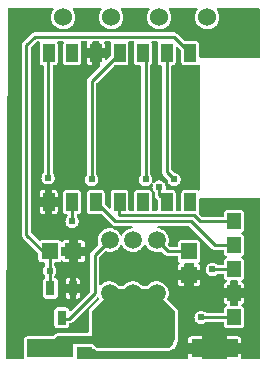
<source format=gtl>
G04 Layer: TopLayer*
G04 EasyEDA v6.5.23, 2023-04-30 22:23:46*
G04 780a14c897c5458fb3efe7b42501c717,664421963ecb4a5db0a4e46f32b0c09c,10*
G04 Gerber Generator version 0.2*
G04 Scale: 100 percent, Rotated: No, Reflected: No *
G04 Dimensions in millimeters *
G04 leading zeros omitted , absolute positions ,4 integer and 5 decimal *
%FSLAX45Y45*%
%MOMM*%

%AMMACRO1*21,1,$1,$2,0,0,$3*%
%ADD10C,0.6350*%
%ADD11C,0.2540*%
%ADD12R,4.0000X1.5000*%
%ADD13MACRO1,1.377X1.1325X90.0000*%
%ADD14R,0.7000X1.2500*%
%ADD15MACRO1,1.35X1.41X90.0000*%
%ADD16R,1.0008X1.5011*%
%ADD17MACRO1,1.35X1.41X0.0000*%
%ADD18R,1.3500X1.4100*%
%ADD19C,1.5000*%
%ADD20C,1.5240*%
%ADD21O,6.999986000000001X1.3999972*%
%ADD22C,0.6096*%
%ADD23C,0.0177*%

%LPD*%
G36*
X1483106Y1295958D02*
G01*
X1479245Y1296720D01*
X1475892Y1298905D01*
X1473708Y1302207D01*
X1472946Y1306118D01*
X1472946Y1443532D01*
X1472234Y1449882D01*
X1470304Y1455318D01*
X1467256Y1460246D01*
X1463141Y1464310D01*
X1458264Y1467408D01*
X1452829Y1469288D01*
X1446479Y1469999D01*
X1397152Y1469999D01*
X1393545Y1470710D01*
X1390396Y1472641D01*
X1388110Y1475587D01*
X1387094Y1479143D01*
X1387398Y1482801D01*
X1388973Y1488795D01*
X1389888Y1498600D01*
X1388973Y1508404D01*
X1386484Y1517853D01*
X1382318Y1526794D01*
X1376629Y1534820D01*
X1369720Y1541780D01*
X1361643Y1547418D01*
X1352804Y1551533D01*
X1343304Y1554073D01*
X1333550Y1554937D01*
X1323695Y1554073D01*
X1314196Y1551533D01*
X1305306Y1547418D01*
X1297279Y1541780D01*
X1290320Y1534820D01*
X1287373Y1532128D01*
X1283563Y1530756D01*
X1279601Y1530959D01*
X1276045Y1532686D01*
X1273352Y1535684D01*
X1272082Y1539443D01*
X1272336Y1543456D01*
X1274673Y1552295D01*
X1275588Y1562100D01*
X1274673Y1571904D01*
X1272184Y1581353D01*
X1268018Y1590294D01*
X1262329Y1598320D01*
X1260754Y1599895D01*
X1258570Y1603197D01*
X1257808Y1607108D01*
X1257808Y2525064D01*
X1258366Y2528417D01*
X1259941Y2531364D01*
X1266545Y2537714D01*
X1269695Y2542641D01*
X1271524Y2548077D01*
X1272336Y2554427D01*
X1272336Y2703372D01*
X1271625Y2709672D01*
X1269136Y2716428D01*
X1268577Y2720238D01*
X1269492Y2723997D01*
X1271727Y2727147D01*
X1274927Y2729280D01*
X1278686Y2729992D01*
X1314602Y2729992D01*
X1318361Y2729280D01*
X1321612Y2727147D01*
X1323898Y2723997D01*
X1324711Y2720238D01*
X1324152Y2716428D01*
X1321765Y2709672D01*
X1321054Y2703372D01*
X1321054Y2554427D01*
X1321765Y2548077D01*
X1323695Y2542641D01*
X1326743Y2537714D01*
X1330807Y2533650D01*
X1335735Y2530551D01*
X1341120Y2528671D01*
X1349197Y2527909D01*
X1352804Y2526842D01*
X1355750Y2524607D01*
X1357680Y2521458D01*
X1358392Y2517749D01*
X1358392Y1626107D01*
X1359154Y1618081D01*
X1361338Y1610868D01*
X1364945Y1604162D01*
X1370076Y1597964D01*
X1401368Y1566621D01*
X1403400Y1563725D01*
X1404315Y1560322D01*
X1404975Y1552295D01*
X1407515Y1542846D01*
X1411681Y1533906D01*
X1417320Y1525879D01*
X1424279Y1518920D01*
X1432306Y1513281D01*
X1441196Y1509166D01*
X1450695Y1506626D01*
X1460550Y1505762D01*
X1470304Y1506626D01*
X1479804Y1509166D01*
X1488643Y1513281D01*
X1496720Y1518920D01*
X1503629Y1525879D01*
X1509318Y1533906D01*
X1513484Y1542846D01*
X1515973Y1552295D01*
X1516888Y1562100D01*
X1515973Y1571904D01*
X1513484Y1581353D01*
X1509318Y1590294D01*
X1503629Y1598320D01*
X1496720Y1605280D01*
X1488643Y1610918D01*
X1479804Y1615033D01*
X1470304Y1617573D01*
X1462227Y1618284D01*
X1458823Y1619199D01*
X1455928Y1621231D01*
X1438554Y1638604D01*
X1436370Y1641906D01*
X1435608Y1645818D01*
X1435608Y2517749D01*
X1436268Y2521458D01*
X1438198Y2524607D01*
X1441196Y2526842D01*
X1444802Y2527909D01*
X1452829Y2528671D01*
X1458264Y2530551D01*
X1463141Y2533650D01*
X1467256Y2537714D01*
X1470304Y2542641D01*
X1472234Y2548077D01*
X1472946Y2554427D01*
X1472946Y2674467D01*
X1473708Y2678379D01*
X1475892Y2681681D01*
X1479245Y2683865D01*
X1483106Y2684627D01*
X1486966Y2683865D01*
X1490268Y2681681D01*
X1518716Y2653233D01*
X1520901Y2649931D01*
X1521764Y2646019D01*
X1521764Y2554427D01*
X1522476Y2548077D01*
X1524304Y2542641D01*
X1527454Y2537714D01*
X1531518Y2533650D01*
X1536395Y2530551D01*
X1541830Y2528671D01*
X1548180Y2527909D01*
X1647088Y2527909D01*
X1653438Y2528671D01*
X1658874Y2530551D01*
X1660804Y2531770D01*
X1664868Y2533243D01*
X1669186Y2532888D01*
X1672945Y2530805D01*
X1675536Y2527350D01*
X1676450Y2523185D01*
X1676450Y1474774D01*
X1675536Y1470609D01*
X1672945Y1467154D01*
X1669186Y1465072D01*
X1664868Y1464716D01*
X1660804Y1466189D01*
X1658874Y1467408D01*
X1653438Y1469288D01*
X1647088Y1469999D01*
X1548180Y1469999D01*
X1541830Y1469288D01*
X1536395Y1467408D01*
X1531518Y1464310D01*
X1527454Y1460246D01*
X1524304Y1455318D01*
X1522476Y1449882D01*
X1521764Y1443532D01*
X1521764Y1306118D01*
X1520901Y1302207D01*
X1518716Y1298905D01*
X1515414Y1296720D01*
X1511554Y1295958D01*
G37*

%LPD*%
G36*
X648055Y38608D02*
G01*
X643991Y39471D01*
X640537Y42011D01*
X638403Y45669D01*
X637997Y49885D01*
X638708Y56184D01*
X638708Y135432D01*
X639470Y139344D01*
X641654Y142595D01*
X645007Y144830D01*
X648919Y145592D01*
X753770Y145592D01*
X758139Y144627D01*
X761695Y141833D01*
X764946Y137769D01*
X774547Y128828D01*
X785215Y121259D01*
X796899Y115265D01*
X809193Y110896D01*
X821994Y108204D01*
X835456Y107289D01*
X1394764Y107289D01*
X1408074Y108204D01*
X1420977Y110896D01*
X1433220Y115265D01*
X1444904Y121259D01*
X1455572Y128828D01*
X1465122Y137769D01*
X1473352Y147929D01*
X1480159Y159105D01*
X1485392Y171094D01*
X1488897Y183692D01*
X1489913Y190754D01*
X1491996Y197459D01*
X1492758Y203758D01*
X1492758Y444195D01*
X1492046Y450240D01*
X1490167Y455726D01*
X1487068Y460654D01*
X1484934Y463042D01*
X1405890Y542036D01*
X1403604Y545541D01*
X1402943Y549706D01*
X1404061Y553770D01*
X1406347Y558393D01*
X1410766Y571093D01*
X1413408Y584301D01*
X1414322Y597763D01*
X1413408Y611225D01*
X1410766Y624433D01*
X1406347Y637133D01*
X1400251Y649173D01*
X1392631Y660298D01*
X1383588Y670306D01*
X1373327Y678992D01*
X1361897Y686257D01*
X1349756Y691896D01*
X1336852Y695909D01*
X1323543Y698144D01*
X1310081Y698601D01*
X1296670Y697230D01*
X1283563Y694131D01*
X1270965Y689254D01*
X1259179Y682802D01*
X1248308Y674827D01*
X1238656Y665429D01*
X1233779Y659282D01*
X1231595Y657199D01*
X1228801Y655878D01*
X1225804Y655421D01*
X1201318Y655421D01*
X1198067Y655929D01*
X1195171Y657453D01*
X1183589Y670306D01*
X1173276Y678992D01*
X1161897Y686257D01*
X1149705Y691896D01*
X1136853Y695909D01*
X1123543Y698144D01*
X1110081Y698601D01*
X1096670Y697230D01*
X1083614Y694131D01*
X1070965Y689254D01*
X1059180Y682802D01*
X1048308Y674827D01*
X1038656Y665429D01*
X1033830Y659282D01*
X1031544Y657199D01*
X1028852Y655878D01*
X1025804Y655421D01*
X1001318Y655421D01*
X998118Y655929D01*
X995222Y657453D01*
X983589Y670306D01*
X973277Y678992D01*
X961948Y686257D01*
X949756Y691896D01*
X936802Y695909D01*
X923544Y698144D01*
X910082Y698601D01*
X896670Y697230D01*
X883564Y694131D01*
X870966Y689254D01*
X859129Y682802D01*
X848309Y674827D01*
X843280Y669899D01*
X839927Y667766D01*
X836015Y667004D01*
X832154Y667816D01*
X828903Y670052D01*
X826769Y673303D01*
X826008Y677164D01*
X826008Y901496D01*
X826769Y905357D01*
X828954Y908659D01*
X870305Y950010D01*
X873556Y952195D01*
X877316Y953008D01*
X881126Y952296D01*
X883564Y951382D01*
X896670Y948283D01*
X910082Y946912D01*
X923544Y947369D01*
X936802Y949604D01*
X949756Y953617D01*
X961948Y959256D01*
X973277Y966520D01*
X983589Y975207D01*
X992632Y985215D01*
X1000252Y996340D01*
X1004316Y1004417D01*
X1006652Y1007414D01*
X1009954Y1009396D01*
X1013764Y1010005D01*
X1017473Y1009142D01*
X1020622Y1006957D01*
X1030325Y990650D01*
X1038656Y980084D01*
X1048308Y970686D01*
X1059180Y962710D01*
X1070965Y956259D01*
X1083614Y951382D01*
X1096670Y948283D01*
X1110081Y946912D01*
X1123543Y947369D01*
X1136853Y949604D01*
X1149705Y953617D01*
X1161897Y959256D01*
X1173276Y966520D01*
X1183589Y975207D01*
X1192631Y985215D01*
X1200302Y996340D01*
X1204315Y1004417D01*
X1206652Y1007414D01*
X1209954Y1009396D01*
X1213713Y1010005D01*
X1217472Y1009142D01*
X1220622Y1006957D01*
X1230274Y990650D01*
X1238656Y980084D01*
X1248308Y970686D01*
X1259179Y962710D01*
X1270965Y956259D01*
X1283563Y951382D01*
X1296670Y948283D01*
X1310081Y946912D01*
X1323543Y947369D01*
X1336852Y949604D01*
X1346352Y952550D01*
X1350010Y953008D01*
X1353515Y952144D01*
X1356563Y950061D01*
X1382623Y923950D01*
X1388872Y918819D01*
X1395577Y915263D01*
X1402740Y913079D01*
X1410766Y912266D01*
X1483918Y912266D01*
X1487779Y911504D01*
X1491081Y909319D01*
X1493316Y906018D01*
X1494129Y902106D01*
X1494129Y880973D01*
X1494790Y874674D01*
X1496720Y869187D01*
X1499768Y864311D01*
X1503883Y860196D01*
X1507947Y856691D01*
X1509522Y852932D01*
X1509522Y848868D01*
X1507947Y845108D01*
X1503883Y841603D01*
X1499768Y837488D01*
X1496720Y832612D01*
X1494790Y827125D01*
X1494129Y820826D01*
X1494129Y792480D01*
X1547418Y792480D01*
X1547418Y844346D01*
X1548180Y848207D01*
X1550365Y851509D01*
X1553667Y853744D01*
X1557528Y854506D01*
X1617472Y854506D01*
X1621332Y853744D01*
X1624634Y851509D01*
X1626819Y848207D01*
X1627581Y844346D01*
X1627581Y792480D01*
X1680870Y792480D01*
X1680870Y820826D01*
X1680210Y827125D01*
X1678279Y832612D01*
X1675180Y837488D01*
X1671116Y841603D01*
X1667052Y845108D01*
X1665427Y848868D01*
X1665427Y852932D01*
X1667052Y856691D01*
X1671116Y860196D01*
X1675180Y864311D01*
X1678279Y869187D01*
X1680210Y874674D01*
X1680870Y880973D01*
X1680870Y1020826D01*
X1680210Y1027176D01*
X1678279Y1032611D01*
X1675180Y1037539D01*
X1671116Y1041603D01*
X1666239Y1044702D01*
X1660702Y1046581D01*
X1654454Y1047292D01*
X1520545Y1047292D01*
X1514297Y1046581D01*
X1508760Y1044702D01*
X1503883Y1041603D01*
X1499768Y1037539D01*
X1496720Y1032611D01*
X1494790Y1027176D01*
X1494129Y1020826D01*
X1494129Y999642D01*
X1493316Y995781D01*
X1491081Y992479D01*
X1487779Y990295D01*
X1483918Y989482D01*
X1430477Y989482D01*
X1426616Y990295D01*
X1423365Y992479D01*
X1411122Y1004671D01*
X1408988Y1007770D01*
X1408176Y1011478D01*
X1408734Y1015187D01*
X1410766Y1021080D01*
X1413408Y1034287D01*
X1414322Y1047750D01*
X1413408Y1061212D01*
X1410766Y1074420D01*
X1406347Y1087120D01*
X1400251Y1099159D01*
X1392631Y1110284D01*
X1383588Y1120292D01*
X1373327Y1128979D01*
X1361897Y1136243D01*
X1349756Y1141882D01*
X1336852Y1145895D01*
X1325727Y1147775D01*
X1321765Y1149350D01*
X1318717Y1152448D01*
X1317345Y1156462D01*
X1317650Y1160729D01*
X1319733Y1164488D01*
X1323238Y1167028D01*
X1327404Y1167942D01*
X1579930Y1167942D01*
X1583791Y1167180D01*
X1587093Y1164945D01*
X1775764Y976376D01*
X1781911Y971245D01*
X1788617Y967689D01*
X1795830Y965504D01*
X1803907Y964692D01*
X1875789Y964692D01*
X1879650Y963930D01*
X1882952Y961694D01*
X1885188Y958443D01*
X1886000Y954532D01*
X1886000Y935024D01*
X1886661Y928674D01*
X1888591Y923239D01*
X1891639Y918311D01*
X1895754Y914247D01*
X1901647Y910539D01*
X1904136Y908303D01*
X1905762Y905306D01*
X1906422Y901446D01*
X1905762Y898093D01*
X1904136Y895096D01*
X1901647Y892860D01*
X1895754Y889152D01*
X1891639Y885088D01*
X1888591Y880160D01*
X1886661Y874725D01*
X1886000Y868375D01*
X1886000Y848868D01*
X1885188Y844956D01*
X1882952Y841705D01*
X1879650Y839469D01*
X1875789Y838708D01*
X1829307Y838708D01*
X1825447Y839469D01*
X1822145Y841705D01*
X1820570Y843280D01*
X1812493Y848918D01*
X1803654Y853033D01*
X1794154Y855573D01*
X1784400Y856437D01*
X1774545Y855573D01*
X1765046Y853033D01*
X1756156Y848918D01*
X1748129Y843280D01*
X1741170Y836320D01*
X1735531Y828294D01*
X1731365Y819353D01*
X1728825Y809904D01*
X1727962Y800100D01*
X1728825Y790295D01*
X1731365Y780846D01*
X1735531Y771906D01*
X1741170Y763879D01*
X1748129Y756920D01*
X1756156Y751281D01*
X1765046Y747166D01*
X1774545Y744626D01*
X1784400Y743762D01*
X1794154Y744626D01*
X1803654Y747166D01*
X1812493Y751281D01*
X1820570Y756920D01*
X1822145Y758494D01*
X1825447Y760730D01*
X1829307Y761492D01*
X1875789Y761492D01*
X1879650Y760730D01*
X1882952Y758494D01*
X1885188Y755243D01*
X1886000Y751332D01*
X1886000Y731824D01*
X1886661Y725474D01*
X1888591Y720039D01*
X1891639Y715111D01*
X1895754Y711047D01*
X1901647Y707339D01*
X1904136Y705104D01*
X1905762Y702106D01*
X1906422Y698246D01*
X1905762Y694893D01*
X1904136Y691896D01*
X1901647Y689660D01*
X1895754Y685952D01*
X1891639Y681888D01*
X1888591Y676960D01*
X1886661Y671525D01*
X1886000Y665175D01*
X1886000Y637692D01*
X1933854Y637692D01*
X1933854Y695198D01*
X1934565Y699058D01*
X1936800Y702360D01*
X1940102Y704545D01*
X1943963Y705358D01*
X1993036Y705358D01*
X1996897Y704545D01*
X2000199Y702360D01*
X2002434Y699058D01*
X2003145Y695198D01*
X2003145Y637692D01*
X2050999Y637692D01*
X2050999Y665175D01*
X2050288Y671525D01*
X2048357Y676960D01*
X2045309Y681888D01*
X2041245Y685952D01*
X2035352Y689660D01*
X2032812Y691896D01*
X2031136Y694893D01*
X2030577Y698754D01*
X2031136Y702106D01*
X2032812Y705104D01*
X2035352Y707339D01*
X2041245Y711047D01*
X2045309Y715111D01*
X2048357Y720039D01*
X2050288Y725474D01*
X2050999Y731824D01*
X2050999Y868375D01*
X2050288Y874725D01*
X2048357Y880160D01*
X2045309Y885088D01*
X2041245Y889152D01*
X2035352Y892860D01*
X2032812Y895096D01*
X2031136Y898093D01*
X2030577Y901953D01*
X2031136Y905306D01*
X2032812Y908303D01*
X2035352Y910539D01*
X2041245Y914247D01*
X2045309Y918311D01*
X2048357Y923239D01*
X2050288Y928674D01*
X2050999Y935024D01*
X2050999Y1071575D01*
X2050288Y1077925D01*
X2048357Y1083360D01*
X2045309Y1088288D01*
X2041245Y1092352D01*
X2035352Y1096060D01*
X2032812Y1098296D01*
X2031136Y1101293D01*
X2030577Y1105154D01*
X2031136Y1108506D01*
X2032812Y1111504D01*
X2035352Y1113739D01*
X2041245Y1117447D01*
X2045309Y1121511D01*
X2048357Y1126439D01*
X2050288Y1131874D01*
X2050999Y1138224D01*
X2050999Y1274775D01*
X2050288Y1281125D01*
X2048357Y1286560D01*
X2045309Y1291488D01*
X2041245Y1295552D01*
X2036368Y1298651D01*
X2030831Y1300530D01*
X2024583Y1301242D01*
X1912416Y1301242D01*
X1906066Y1300530D01*
X1900631Y1298651D01*
X1895754Y1295552D01*
X1891639Y1291488D01*
X1888591Y1286560D01*
X1886661Y1281125D01*
X1886000Y1274775D01*
X1886000Y1255268D01*
X1885188Y1251356D01*
X1882952Y1248105D01*
X1879650Y1245870D01*
X1875789Y1245108D01*
X1696618Y1245108D01*
X1692656Y1245870D01*
X1689354Y1248105D01*
X1670456Y1267053D01*
X1668424Y1269847D01*
X1667510Y1273098D01*
X1667713Y1276502D01*
X1668983Y1279652D01*
X1671015Y1282801D01*
X1672843Y1288237D01*
X1673606Y1294587D01*
X1673606Y1393190D01*
X1674418Y1397101D01*
X1676552Y1400352D01*
X1679854Y1402588D01*
X1683816Y1403350D01*
X2177440Y1403350D01*
X2181402Y1402588D01*
X2184654Y1400352D01*
X2186838Y1397101D01*
X2187600Y1393190D01*
X2187600Y48768D01*
X2186838Y44856D01*
X2184654Y41605D01*
X2181402Y39370D01*
X2177440Y38608D01*
X2038756Y38608D01*
X2034641Y39471D01*
X2031136Y42011D01*
X2029104Y45669D01*
X2028647Y49885D01*
X2029358Y56184D01*
X2029358Y86766D01*
X1909825Y86766D01*
X1909825Y48768D01*
X1909013Y44856D01*
X1906778Y41605D01*
X1903577Y39370D01*
X1899615Y38608D01*
X1707286Y38608D01*
X1703324Y39370D01*
X1700123Y41605D01*
X1697888Y44856D01*
X1697075Y48768D01*
X1697075Y86766D01*
X1577543Y86766D01*
X1577543Y56184D01*
X1578254Y49885D01*
X1577797Y45669D01*
X1575765Y42011D01*
X1572260Y39471D01*
X1568145Y38608D01*
G37*

%LPC*%
G36*
X1909825Y174447D02*
G01*
X2029358Y174447D01*
X2029358Y205028D01*
X2028647Y211378D01*
X2026716Y216814D01*
X2023668Y221742D01*
X2019554Y225806D01*
X2014677Y228904D01*
X2009241Y230784D01*
X2002891Y231495D01*
X1909825Y231495D01*
G37*
G36*
X1577543Y174447D02*
G01*
X1697075Y174447D01*
X1697075Y231495D01*
X1604010Y231495D01*
X1597660Y230784D01*
X1592224Y228904D01*
X1587296Y225806D01*
X1583232Y221742D01*
X1580184Y216814D01*
X1578254Y211378D01*
X1577543Y205028D01*
G37*
G36*
X1912416Y298958D02*
G01*
X2024583Y298958D01*
X2030831Y299669D01*
X2036368Y301548D01*
X2041245Y304647D01*
X2045309Y308711D01*
X2048357Y313639D01*
X2050288Y319074D01*
X2050999Y325424D01*
X2050999Y461975D01*
X2050288Y468325D01*
X2048357Y473760D01*
X2045309Y478688D01*
X2041245Y482752D01*
X2035352Y486460D01*
X2032812Y488696D01*
X2031136Y491693D01*
X2030577Y495554D01*
X2031136Y498906D01*
X2032812Y501904D01*
X2035352Y504139D01*
X2041245Y507847D01*
X2045309Y511911D01*
X2048357Y516839D01*
X2050288Y522274D01*
X2050999Y528624D01*
X2050999Y556107D01*
X2003145Y556107D01*
X2003145Y498601D01*
X2002434Y494741D01*
X2000199Y491439D01*
X1996897Y489254D01*
X1993036Y488442D01*
X1943963Y488442D01*
X1940102Y489254D01*
X1936800Y491439D01*
X1934565Y494741D01*
X1933854Y498601D01*
X1933854Y556107D01*
X1886000Y556107D01*
X1886000Y528624D01*
X1886661Y522274D01*
X1888591Y516839D01*
X1891639Y511911D01*
X1895754Y507847D01*
X1901647Y504139D01*
X1904136Y501904D01*
X1905762Y498906D01*
X1906422Y495046D01*
X1905762Y491693D01*
X1904136Y488696D01*
X1901647Y486460D01*
X1895754Y482752D01*
X1891639Y478688D01*
X1888591Y473760D01*
X1886661Y468325D01*
X1886000Y461975D01*
X1886000Y442468D01*
X1885188Y438556D01*
X1882952Y435305D01*
X1879650Y433070D01*
X1875789Y432308D01*
X1734057Y432308D01*
X1730197Y433070D01*
X1726895Y435305D01*
X1725320Y436880D01*
X1717243Y442518D01*
X1708404Y446633D01*
X1698904Y449173D01*
X1689150Y450037D01*
X1679295Y449173D01*
X1669796Y446633D01*
X1660906Y442518D01*
X1652879Y436880D01*
X1645920Y429920D01*
X1640281Y421893D01*
X1636115Y412953D01*
X1633575Y403504D01*
X1632712Y393700D01*
X1633575Y383895D01*
X1636115Y374446D01*
X1640281Y365506D01*
X1645920Y357479D01*
X1652879Y350520D01*
X1660906Y344881D01*
X1669796Y340766D01*
X1679295Y338226D01*
X1689150Y337362D01*
X1698904Y338226D01*
X1708404Y340766D01*
X1717243Y344881D01*
X1725320Y350520D01*
X1726895Y352094D01*
X1730197Y354330D01*
X1734057Y355092D01*
X1875789Y355092D01*
X1879650Y354330D01*
X1882952Y352094D01*
X1885188Y348843D01*
X1886000Y344932D01*
X1886000Y325424D01*
X1886661Y319074D01*
X1888591Y313639D01*
X1891639Y308711D01*
X1895754Y304647D01*
X1900631Y301548D01*
X1906066Y299669D01*
G37*
G36*
X1627581Y654507D02*
G01*
X1654454Y654507D01*
X1661363Y655421D01*
X1666239Y657098D01*
X1671116Y660196D01*
X1675180Y664260D01*
X1678279Y669188D01*
X1680210Y674624D01*
X1680870Y680974D01*
X1680870Y709320D01*
X1627581Y709320D01*
G37*
G36*
X1520545Y654507D02*
G01*
X1547418Y654507D01*
X1547418Y709320D01*
X1494129Y709320D01*
X1494129Y680974D01*
X1494790Y674624D01*
X1496720Y669188D01*
X1499768Y664260D01*
X1503883Y660196D01*
X1508760Y657098D01*
X1514297Y655218D01*
G37*

%LPD*%
G36*
X50139Y38608D02*
G01*
X46278Y39370D01*
X42976Y41605D01*
X40792Y44907D01*
X39979Y48818D01*
X51155Y2999282D01*
X51968Y3003143D01*
X54152Y3006445D01*
X57404Y3008630D01*
X61315Y3009392D01*
X429717Y3009392D01*
X434085Y3008376D01*
X437642Y3005582D01*
X439572Y3001518D01*
X439623Y2996996D01*
X437692Y2992932D01*
X436524Y2991459D01*
X429615Y2979724D01*
X424230Y2967177D01*
X420624Y2954020D01*
X418846Y2940507D01*
X418846Y2926892D01*
X420624Y2913380D01*
X424230Y2900222D01*
X429615Y2887675D01*
X436524Y2875940D01*
X444957Y2865221D01*
X454761Y2855722D01*
X465734Y2847644D01*
X477723Y2841091D01*
X490423Y2836214D01*
X503682Y2833014D01*
X517245Y2831693D01*
X530910Y2832150D01*
X544372Y2834386D01*
X557377Y2838450D01*
X569772Y2844190D01*
X581253Y2851505D01*
X591718Y2860294D01*
X600811Y2870454D01*
X608533Y2881680D01*
X614730Y2893822D01*
X619150Y2906725D01*
X621842Y2920085D01*
X622757Y2933700D01*
X621842Y2947314D01*
X619150Y2960674D01*
X614730Y2973578D01*
X608533Y2985719D01*
X603199Y2993491D01*
X601522Y2997555D01*
X601776Y3001924D01*
X603808Y3005785D01*
X607314Y3008477D01*
X611530Y3009392D01*
X836117Y3009392D01*
X840486Y3008426D01*
X844042Y3005582D01*
X846023Y3001518D01*
X846023Y2997047D01*
X844092Y2992932D01*
X842924Y2991459D01*
X836015Y2979724D01*
X830630Y2967177D01*
X827024Y2954020D01*
X825246Y2940507D01*
X825246Y2926892D01*
X827024Y2913380D01*
X830630Y2900222D01*
X836015Y2887675D01*
X842924Y2875940D01*
X851357Y2865221D01*
X861161Y2855722D01*
X872134Y2847644D01*
X884123Y2841091D01*
X896823Y2836214D01*
X910082Y2833014D01*
X923645Y2831693D01*
X937310Y2832150D01*
X950772Y2834386D01*
X963777Y2838450D01*
X976172Y2844190D01*
X987653Y2851505D01*
X998118Y2860294D01*
X1007211Y2870454D01*
X1014933Y2881680D01*
X1021130Y2893822D01*
X1025550Y2906725D01*
X1028242Y2920085D01*
X1029157Y2933700D01*
X1028242Y2947314D01*
X1025550Y2960674D01*
X1021130Y2973578D01*
X1014933Y2985719D01*
X1009548Y2993491D01*
X1007922Y2997555D01*
X1008126Y3001924D01*
X1010208Y3005836D01*
X1013714Y3008477D01*
X1017930Y3009392D01*
X1242517Y3009442D01*
X1246936Y3008426D01*
X1250442Y3005632D01*
X1252474Y3001568D01*
X1252474Y2997047D01*
X1250543Y2992983D01*
X1249324Y2991459D01*
X1242364Y2979724D01*
X1237030Y2967177D01*
X1233424Y2954020D01*
X1231595Y2940507D01*
X1231595Y2926892D01*
X1233424Y2913380D01*
X1237030Y2900222D01*
X1242364Y2887675D01*
X1249324Y2875940D01*
X1257808Y2865221D01*
X1267561Y2855722D01*
X1278534Y2847644D01*
X1290574Y2841091D01*
X1303274Y2836214D01*
X1316532Y2833014D01*
X1330045Y2831693D01*
X1343761Y2832150D01*
X1357122Y2834386D01*
X1370177Y2838450D01*
X1382522Y2844190D01*
X1394104Y2851505D01*
X1404518Y2860294D01*
X1413611Y2870454D01*
X1421333Y2881680D01*
X1427530Y2893822D01*
X1431950Y2906725D01*
X1434693Y2920085D01*
X1435608Y2933700D01*
X1434693Y2947314D01*
X1431950Y2960674D01*
X1427530Y2973578D01*
X1421333Y2985719D01*
X1415999Y2993491D01*
X1414322Y2997555D01*
X1414526Y3001924D01*
X1416558Y3005836D01*
X1420063Y3008477D01*
X1424381Y3009442D01*
X1648917Y3009442D01*
X1653336Y3008426D01*
X1656842Y3005632D01*
X1658874Y3001568D01*
X1658874Y2997047D01*
X1656943Y2992983D01*
X1655724Y2991459D01*
X1648764Y2979724D01*
X1643430Y2967177D01*
X1639824Y2954020D01*
X1637995Y2940507D01*
X1637995Y2926892D01*
X1639824Y2913380D01*
X1643430Y2900222D01*
X1648764Y2887675D01*
X1655724Y2875940D01*
X1664207Y2865221D01*
X1673961Y2855722D01*
X1684934Y2847644D01*
X1696974Y2841091D01*
X1709674Y2836214D01*
X1722932Y2833014D01*
X1736445Y2831693D01*
X1750161Y2832150D01*
X1763522Y2834386D01*
X1776577Y2838450D01*
X1788922Y2844190D01*
X1800504Y2851505D01*
X1810918Y2860294D01*
X1820011Y2870454D01*
X1827733Y2881680D01*
X1833930Y2893822D01*
X1838350Y2906725D01*
X1841093Y2920085D01*
X1842007Y2933700D01*
X1841093Y2947314D01*
X1838350Y2960674D01*
X1833930Y2973578D01*
X1827733Y2985719D01*
X1822399Y2993542D01*
X1820773Y2997606D01*
X1820925Y3001975D01*
X1822957Y3005836D01*
X1826463Y3008477D01*
X1830781Y3009442D01*
X2177440Y3009442D01*
X2181402Y3008680D01*
X2184654Y3006445D01*
X2186838Y3003194D01*
X2187600Y2999282D01*
X2187600Y2600960D01*
X2186838Y2597048D01*
X2184654Y2593797D01*
X2181402Y2591562D01*
X2177440Y2590800D01*
X1683816Y2590800D01*
X1679854Y2591562D01*
X1676552Y2593797D01*
X1674418Y2597048D01*
X1673606Y2600960D01*
X1673606Y2703372D01*
X1672843Y2709722D01*
X1671015Y2715158D01*
X1667865Y2720086D01*
X1663852Y2724150D01*
X1658874Y2727248D01*
X1653438Y2729128D01*
X1647088Y2729839D01*
X1555496Y2729839D01*
X1551584Y2730652D01*
X1548333Y2732836D01*
X1485595Y2795524D01*
X1479346Y2800654D01*
X1472692Y2804210D01*
X1465529Y2806395D01*
X1457502Y2807208D01*
X279857Y2807208D01*
X271830Y2806395D01*
X264617Y2804210D01*
X257962Y2800654D01*
X251764Y2795524D01*
X182575Y2726385D01*
X177495Y2720187D01*
X173888Y2713482D01*
X171704Y2706268D01*
X170942Y2698242D01*
X170942Y1092708D01*
X171704Y1084681D01*
X173888Y1077468D01*
X177495Y1070762D01*
X182575Y1064564D01*
X308610Y938530D01*
X310845Y935228D01*
X311556Y931367D01*
X311556Y885545D01*
X312318Y879246D01*
X314248Y873810D01*
X317246Y868883D01*
X321360Y864819D01*
X326237Y861720D01*
X331724Y859790D01*
X338023Y859078D01*
X358241Y859078D01*
X362153Y858316D01*
X365404Y856081D01*
X367588Y852728D01*
X368350Y848817D01*
X368198Y832662D01*
X367385Y828852D01*
X365201Y825601D01*
X363220Y823620D01*
X357581Y815594D01*
X353415Y806653D01*
X350926Y797204D01*
X350012Y787400D01*
X350926Y777595D01*
X353415Y768146D01*
X357581Y759206D01*
X363220Y751179D01*
X364794Y749604D01*
X367030Y746302D01*
X367792Y742391D01*
X367792Y731367D01*
X367182Y728014D01*
X365607Y725017D01*
X361848Y722020D01*
X357784Y717956D01*
X354685Y713028D01*
X352856Y707593D01*
X352094Y701243D01*
X352094Y577392D01*
X352856Y571042D01*
X354685Y565607D01*
X357784Y560679D01*
X361848Y556615D01*
X366776Y553516D01*
X372211Y551637D01*
X378561Y550926D01*
X447395Y550926D01*
X453745Y551637D01*
X459181Y553516D01*
X464108Y556615D01*
X468172Y560679D01*
X471271Y565607D01*
X473151Y571042D01*
X473862Y577392D01*
X473862Y701243D01*
X473151Y707593D01*
X471271Y713028D01*
X468172Y717956D01*
X464108Y722020D01*
X459181Y725119D01*
X450291Y728167D01*
X447446Y730402D01*
X445668Y733501D01*
X445008Y737057D01*
X445008Y742391D01*
X445770Y746302D01*
X447954Y749604D01*
X449580Y751179D01*
X455168Y759206D01*
X459384Y768146D01*
X461873Y777595D01*
X462788Y787400D01*
X461873Y797204D01*
X459384Y806653D01*
X455168Y815594D01*
X449580Y823620D01*
X448360Y824788D01*
X446176Y828141D01*
X445414Y832103D01*
X445617Y849020D01*
X446379Y852881D01*
X448614Y856132D01*
X451866Y858316D01*
X455726Y859078D01*
X477977Y859078D01*
X484276Y859790D01*
X489661Y861720D01*
X494588Y864819D01*
X498652Y868883D01*
X502208Y872947D01*
X505917Y874521D01*
X510032Y874521D01*
X513740Y872947D01*
X517296Y868883D01*
X521411Y864819D01*
X526338Y861720D01*
X531723Y859790D01*
X538022Y859078D01*
X566369Y859078D01*
X566369Y912418D01*
X514604Y912418D01*
X510692Y913180D01*
X507339Y915365D01*
X505206Y918667D01*
X504393Y922578D01*
X504393Y982421D01*
X505206Y986332D01*
X507339Y989634D01*
X510692Y991819D01*
X514604Y992581D01*
X566369Y992581D01*
X566369Y1045921D01*
X538022Y1045921D01*
X531723Y1045210D01*
X526338Y1043279D01*
X521411Y1040180D01*
X517296Y1036116D01*
X513740Y1032052D01*
X510032Y1030478D01*
X505917Y1030478D01*
X502208Y1032052D01*
X498652Y1036116D01*
X494588Y1040180D01*
X489661Y1043279D01*
X484276Y1045210D01*
X477977Y1045921D01*
X338023Y1045921D01*
X331724Y1045210D01*
X326237Y1043279D01*
X321868Y1041196D01*
X318465Y1040993D01*
X315214Y1041958D01*
X312420Y1043889D01*
X251104Y1105204D01*
X248920Y1108506D01*
X248158Y1112418D01*
X248158Y2678531D01*
X248920Y2682443D01*
X251104Y2685745D01*
X292404Y2726994D01*
X295757Y2729230D01*
X299618Y2729992D01*
X316382Y2729992D01*
X320192Y2729280D01*
X323392Y2727147D01*
X325628Y2723997D01*
X326542Y2720238D01*
X325983Y2716428D01*
X323545Y2709672D01*
X322834Y2703372D01*
X322834Y2554427D01*
X323596Y2548077D01*
X325475Y2542641D01*
X328523Y2537714D01*
X332587Y2533650D01*
X337515Y2530551D01*
X342950Y2528671D01*
X346100Y2528316D01*
X349554Y2527249D01*
X352501Y2524963D01*
X354380Y2521813D01*
X355092Y2518206D01*
X355092Y1619808D01*
X354330Y1615897D01*
X352094Y1612595D01*
X350520Y1611020D01*
X344881Y1602994D01*
X340715Y1594053D01*
X338226Y1584604D01*
X337312Y1574800D01*
X338226Y1564995D01*
X340715Y1555546D01*
X344881Y1546606D01*
X350520Y1538579D01*
X357428Y1531620D01*
X365556Y1525981D01*
X374396Y1521866D01*
X383895Y1519326D01*
X393700Y1518462D01*
X403453Y1519326D01*
X413004Y1521866D01*
X421843Y1525981D01*
X429920Y1531620D01*
X436880Y1538579D01*
X442468Y1546606D01*
X446684Y1555546D01*
X449173Y1564995D01*
X450088Y1574800D01*
X449173Y1584604D01*
X446684Y1594053D01*
X442468Y1602994D01*
X436880Y1611020D01*
X435254Y1612595D01*
X433070Y1615897D01*
X432308Y1619808D01*
X432308Y2517749D01*
X433070Y2521661D01*
X435254Y2524963D01*
X438556Y2527147D01*
X442468Y2527909D01*
X448208Y2527909D01*
X454558Y2528671D01*
X459993Y2530551D01*
X464921Y2533650D01*
X468985Y2537714D01*
X472084Y2542641D01*
X474014Y2548077D01*
X474726Y2554427D01*
X474726Y2703372D01*
X474065Y2709672D01*
X471627Y2716428D01*
X471068Y2720238D01*
X471881Y2723997D01*
X474116Y2727147D01*
X477418Y2729280D01*
X481126Y2729992D01*
X514553Y2729992D01*
X518261Y2729280D01*
X521512Y2727147D01*
X523798Y2723997D01*
X524611Y2720238D01*
X524052Y2716428D01*
X521614Y2709672D01*
X520954Y2703372D01*
X520954Y2554427D01*
X521665Y2548077D01*
X523544Y2542641D01*
X526643Y2537714D01*
X530707Y2533650D01*
X535635Y2530551D01*
X541070Y2528671D01*
X547420Y2527909D01*
X646379Y2527909D01*
X652729Y2528671D01*
X658164Y2530551D01*
X663092Y2533650D01*
X667105Y2537714D01*
X670204Y2542641D01*
X672084Y2548077D01*
X672846Y2554427D01*
X672846Y2703372D01*
X672134Y2709672D01*
X669696Y2716428D01*
X669137Y2720238D01*
X670001Y2723997D01*
X672287Y2727147D01*
X675487Y2729280D01*
X679246Y2729992D01*
X715162Y2729992D01*
X718921Y2729280D01*
X722172Y2727147D01*
X724408Y2723997D01*
X725271Y2720238D01*
X724712Y2716428D01*
X722274Y2709672D01*
X721664Y2703372D01*
X721664Y2672791D01*
X766165Y2672791D01*
X766165Y2719832D01*
X766927Y2723743D01*
X769162Y2726994D01*
X772464Y2729230D01*
X776376Y2729992D01*
X818743Y2729992D01*
X822706Y2729230D01*
X825906Y2726994D01*
X828192Y2723743D01*
X828903Y2719832D01*
X828903Y2672791D01*
X873556Y2672791D01*
X873556Y2703372D01*
X872794Y2709672D01*
X870356Y2716428D01*
X869797Y2720238D01*
X870712Y2723997D01*
X872896Y2727147D01*
X876147Y2729280D01*
X879957Y2729992D01*
X915822Y2729992D01*
X919581Y2729280D01*
X922883Y2727147D01*
X925068Y2723997D01*
X925931Y2720238D01*
X925372Y2716428D01*
X922934Y2709672D01*
X922274Y2703372D01*
X922274Y2611780D01*
X921512Y2607868D01*
X919276Y2604566D01*
X890828Y2576118D01*
X887526Y2573934D01*
X883666Y2573172D01*
X879754Y2573934D01*
X876503Y2576118D01*
X874268Y2579420D01*
X873556Y2583332D01*
X873556Y2585008D01*
X828903Y2585008D01*
X828903Y2518410D01*
X828192Y2514549D01*
X825906Y2511247D01*
X735025Y2420315D01*
X729945Y2414117D01*
X726338Y2407412D01*
X724154Y2400198D01*
X723392Y2392172D01*
X723392Y1607108D01*
X722630Y1603197D01*
X720394Y1599895D01*
X718820Y1598320D01*
X713181Y1590294D01*
X709015Y1581353D01*
X706526Y1571904D01*
X705612Y1562100D01*
X706526Y1552295D01*
X709015Y1542846D01*
X713181Y1533906D01*
X718820Y1525879D01*
X725728Y1518920D01*
X733856Y1513281D01*
X742696Y1509166D01*
X752195Y1506626D01*
X762000Y1505762D01*
X771753Y1506626D01*
X781304Y1509166D01*
X790143Y1513281D01*
X798220Y1518920D01*
X805180Y1525879D01*
X810768Y1533906D01*
X814984Y1542846D01*
X817473Y1552295D01*
X818388Y1562100D01*
X817473Y1571904D01*
X814984Y1581353D01*
X810768Y1590294D01*
X805180Y1598320D01*
X803554Y1599895D01*
X801370Y1603197D01*
X800608Y1607108D01*
X800608Y2372461D01*
X801370Y2376373D01*
X803554Y2379675D01*
X948842Y2524963D01*
X952195Y2527147D01*
X956106Y2527909D01*
X1047648Y2527909D01*
X1053998Y2528671D01*
X1059434Y2530551D01*
X1064361Y2533650D01*
X1068476Y2537714D01*
X1071524Y2542641D01*
X1073404Y2548077D01*
X1074166Y2554427D01*
X1074166Y2703372D01*
X1073454Y2709672D01*
X1071016Y2716428D01*
X1070457Y2720238D01*
X1071372Y2723997D01*
X1073556Y2727147D01*
X1076807Y2729280D01*
X1080617Y2729992D01*
X1113942Y2729992D01*
X1117752Y2729280D01*
X1120952Y2727147D01*
X1123238Y2723997D01*
X1124102Y2720238D01*
X1123492Y2716428D01*
X1121054Y2709672D01*
X1120394Y2703372D01*
X1120394Y2554427D01*
X1121156Y2548077D01*
X1122984Y2542641D01*
X1126134Y2537714D01*
X1130147Y2533650D01*
X1135075Y2530551D01*
X1140510Y2528671D01*
X1146860Y2527909D01*
X1170432Y2527909D01*
X1174292Y2527147D01*
X1177594Y2524963D01*
X1179830Y2521661D01*
X1180592Y2517749D01*
X1180592Y1607108D01*
X1179830Y1603197D01*
X1177594Y1599895D01*
X1176020Y1598320D01*
X1170381Y1590294D01*
X1166215Y1581353D01*
X1163726Y1571904D01*
X1162812Y1562100D01*
X1163726Y1552295D01*
X1166215Y1542846D01*
X1170381Y1533906D01*
X1176020Y1525879D01*
X1182928Y1518920D01*
X1191056Y1513281D01*
X1199896Y1509166D01*
X1209395Y1506626D01*
X1219250Y1505762D01*
X1229004Y1506626D01*
X1238504Y1509166D01*
X1247343Y1513281D01*
X1255420Y1518920D01*
X1262329Y1525879D01*
X1265275Y1528572D01*
X1269136Y1529943D01*
X1273098Y1529740D01*
X1276654Y1528013D01*
X1279347Y1525016D01*
X1280617Y1521256D01*
X1280363Y1517243D01*
X1277975Y1508404D01*
X1277112Y1498600D01*
X1277975Y1488795D01*
X1280515Y1479346D01*
X1284681Y1470406D01*
X1290320Y1462379D01*
X1291945Y1460804D01*
X1294079Y1457502D01*
X1294892Y1453591D01*
X1294892Y1433068D01*
X1295654Y1425041D01*
X1297838Y1417828D01*
X1301445Y1411122D01*
X1306576Y1404924D01*
X1318107Y1393393D01*
X1320292Y1390091D01*
X1321054Y1386179D01*
X1321054Y1306118D01*
X1320292Y1302207D01*
X1318107Y1298905D01*
X1314754Y1296720D01*
X1310894Y1295958D01*
X1282446Y1295908D01*
X1278534Y1296720D01*
X1275283Y1298905D01*
X1273098Y1302207D01*
X1272336Y1306068D01*
X1272336Y1443532D01*
X1271524Y1449882D01*
X1269695Y1455318D01*
X1266545Y1460246D01*
X1262481Y1464310D01*
X1257554Y1467408D01*
X1252118Y1469288D01*
X1245768Y1469999D01*
X1146860Y1469999D01*
X1140510Y1469288D01*
X1135075Y1467408D01*
X1130147Y1464310D01*
X1126134Y1460246D01*
X1122984Y1455318D01*
X1121156Y1449882D01*
X1120394Y1443532D01*
X1120394Y1306068D01*
X1119581Y1302207D01*
X1117396Y1298905D01*
X1114094Y1296670D01*
X1110234Y1295908D01*
X1084326Y1295908D01*
X1080414Y1296670D01*
X1077112Y1298905D01*
X1074928Y1302207D01*
X1074166Y1306068D01*
X1074166Y1443532D01*
X1073404Y1449882D01*
X1071524Y1455318D01*
X1068476Y1460246D01*
X1064361Y1464310D01*
X1059434Y1467408D01*
X1053998Y1469288D01*
X1047648Y1469999D01*
X948791Y1469999D01*
X942441Y1469288D01*
X937006Y1467408D01*
X932027Y1464310D01*
X927963Y1460246D01*
X924915Y1455318D01*
X922985Y1449882D01*
X922274Y1443532D01*
X922274Y1323441D01*
X921512Y1319580D01*
X919276Y1316278D01*
X916025Y1314043D01*
X912164Y1313281D01*
X908253Y1314043D01*
X904900Y1316278D01*
X876503Y1344726D01*
X874268Y1348028D01*
X873556Y1351889D01*
X873556Y1443532D01*
X872744Y1449882D01*
X870864Y1455318D01*
X867765Y1460246D01*
X863752Y1464310D01*
X858774Y1467408D01*
X853338Y1469288D01*
X846988Y1469999D01*
X748080Y1469999D01*
X741730Y1469288D01*
X736346Y1467408D01*
X731418Y1464310D01*
X727303Y1460246D01*
X724204Y1455318D01*
X722325Y1449882D01*
X721664Y1443532D01*
X721664Y1294587D01*
X722325Y1288237D01*
X724204Y1282801D01*
X727303Y1277874D01*
X731418Y1273810D01*
X736346Y1270711D01*
X741730Y1268831D01*
X748080Y1268069D01*
X839673Y1268069D01*
X843534Y1267307D01*
X846836Y1265123D01*
X932383Y1179626D01*
X938580Y1174496D01*
X945337Y1170940D01*
X952500Y1168755D01*
X960577Y1167942D01*
X1100074Y1167942D01*
X1104341Y1166977D01*
X1107846Y1164336D01*
X1109929Y1160475D01*
X1110081Y1156106D01*
X1108506Y1152042D01*
X1105255Y1149045D01*
X1101140Y1147673D01*
X1096670Y1147216D01*
X1083614Y1144117D01*
X1070965Y1139240D01*
X1059180Y1132789D01*
X1048308Y1124813D01*
X1038656Y1115415D01*
X1030325Y1104849D01*
X1020622Y1088542D01*
X1017473Y1086358D01*
X1013764Y1085494D01*
X1009954Y1086104D01*
X1006652Y1088085D01*
X1004316Y1091082D01*
X1000252Y1099159D01*
X992632Y1110284D01*
X983589Y1120292D01*
X973277Y1128979D01*
X961948Y1136243D01*
X949756Y1141882D01*
X936802Y1145895D01*
X923544Y1148130D01*
X910082Y1148588D01*
X896670Y1147216D01*
X883564Y1144117D01*
X870966Y1139240D01*
X859129Y1132789D01*
X848309Y1124813D01*
X838606Y1115415D01*
X830275Y1104849D01*
X823417Y1093266D01*
X818134Y1080820D01*
X814578Y1067866D01*
X812800Y1054506D01*
X812800Y1040993D01*
X814578Y1027633D01*
X818184Y1014374D01*
X818540Y1010869D01*
X817625Y1007414D01*
X815594Y1004519D01*
X760425Y949350D01*
X755345Y943102D01*
X751738Y936447D01*
X749554Y929233D01*
X748792Y921207D01*
X748792Y617118D01*
X748030Y613206D01*
X745794Y609904D01*
X585673Y449783D01*
X582523Y447649D01*
X578866Y446785D01*
X575157Y447395D01*
X571855Y449275D01*
X569468Y452221D01*
X568147Y457657D01*
X566318Y463092D01*
X563168Y468020D01*
X559104Y472084D01*
X554177Y475183D01*
X548792Y477062D01*
X542442Y477774D01*
X473557Y477774D01*
X467207Y477062D01*
X461822Y475183D01*
X456895Y472084D01*
X452780Y468020D01*
X449681Y463092D01*
X447801Y457657D01*
X447141Y451307D01*
X447141Y327456D01*
X447801Y321106D01*
X449681Y315671D01*
X452780Y310743D01*
X456895Y306679D01*
X461822Y303580D01*
X467207Y301701D01*
X473557Y300990D01*
X542442Y300990D01*
X548792Y301701D01*
X554177Y303580D01*
X559104Y306679D01*
X563168Y310743D01*
X566318Y315671D01*
X568147Y321106D01*
X568858Y327456D01*
X568858Y334822D01*
X569569Y338480D01*
X571500Y341630D01*
X574497Y343865D01*
X578104Y344932D01*
X581050Y345236D01*
X588314Y347421D01*
X594918Y350977D01*
X601167Y356108D01*
X804976Y559917D01*
X808278Y562102D01*
X812139Y562864D01*
X816000Y562102D01*
X819353Y559968D01*
X821537Y556666D01*
X823061Y553008D01*
X823874Y549097D01*
X823112Y545185D01*
X820877Y541883D01*
X743864Y464820D01*
X740054Y460095D01*
X737514Y454863D01*
X736295Y449224D01*
X736092Y446024D01*
X736092Y271068D01*
X735330Y267157D01*
X733094Y263906D01*
X729792Y261670D01*
X725932Y260908D01*
X485749Y260908D01*
X475792Y260096D01*
X466648Y257759D01*
X457911Y253949D01*
X449834Y248666D01*
X444296Y243789D01*
X435000Y234492D01*
X431698Y232308D01*
X427786Y231495D01*
X213360Y231495D01*
X207010Y230784D01*
X201574Y228904D01*
X196646Y225806D01*
X192633Y221742D01*
X189484Y216814D01*
X187604Y211378D01*
X186893Y205028D01*
X186893Y56184D01*
X187553Y49885D01*
X187147Y45669D01*
X185064Y42011D01*
X181610Y39471D01*
X177546Y38608D01*
G37*

%LPC*%
G36*
X568553Y550926D02*
G01*
X579120Y550926D01*
X579120Y601726D01*
X542086Y601726D01*
X542086Y577392D01*
X542848Y571042D01*
X544677Y565607D01*
X547827Y560679D01*
X551840Y556615D01*
X556768Y553516D01*
X562203Y551637D01*
G37*
G36*
X626872Y550926D02*
G01*
X637387Y550926D01*
X643737Y551637D01*
X649173Y553516D01*
X654100Y556615D01*
X658215Y560679D01*
X661263Y565607D01*
X663143Y571042D01*
X663854Y577392D01*
X663854Y601726D01*
X626872Y601726D01*
G37*
G36*
X626872Y676910D02*
G01*
X663854Y676910D01*
X663854Y701243D01*
X663143Y707593D01*
X661263Y713028D01*
X658215Y717956D01*
X654100Y722020D01*
X649173Y725119D01*
X643737Y726998D01*
X637387Y727710D01*
X626872Y727710D01*
G37*
G36*
X542086Y676910D02*
G01*
X579120Y676910D01*
X579120Y727710D01*
X568553Y727710D01*
X562203Y726998D01*
X556768Y725119D01*
X551840Y722020D01*
X547827Y717956D01*
X544677Y713028D01*
X542848Y707593D01*
X542086Y701243D01*
G37*
G36*
X649579Y859078D02*
G01*
X677926Y859078D01*
X684225Y859790D01*
X689711Y861720D01*
X694588Y864819D01*
X698754Y868883D01*
X701751Y873810D01*
X703681Y879246D01*
X704392Y885545D01*
X704392Y912418D01*
X649579Y912418D01*
G37*
G36*
X649579Y992581D02*
G01*
X704392Y992581D01*
X704392Y1019454D01*
X703681Y1025753D01*
X701751Y1031189D01*
X698754Y1036116D01*
X694588Y1040180D01*
X689711Y1043279D01*
X684225Y1045210D01*
X677926Y1045921D01*
X649579Y1045921D01*
G37*
G36*
X596900Y1150162D02*
G01*
X606653Y1151026D01*
X616204Y1153566D01*
X625043Y1157681D01*
X633120Y1163320D01*
X640080Y1170279D01*
X645668Y1178306D01*
X649884Y1187246D01*
X652373Y1196695D01*
X653288Y1206500D01*
X652373Y1216304D01*
X649884Y1225753D01*
X645668Y1234694D01*
X640080Y1242720D01*
X638454Y1244295D01*
X636270Y1247597D01*
X635508Y1251508D01*
X635508Y1257909D01*
X636219Y1261618D01*
X638149Y1264767D01*
X641096Y1267002D01*
X644652Y1268069D01*
X652780Y1268831D01*
X658164Y1270711D01*
X663092Y1273810D01*
X667105Y1277874D01*
X670204Y1282801D01*
X672084Y1288237D01*
X672846Y1294587D01*
X672846Y1443532D01*
X672084Y1449882D01*
X670204Y1455318D01*
X667105Y1460246D01*
X663092Y1464310D01*
X658164Y1467408D01*
X652729Y1469288D01*
X646379Y1469999D01*
X547420Y1469999D01*
X541070Y1469288D01*
X535635Y1467408D01*
X530707Y1464310D01*
X526643Y1460246D01*
X523544Y1455318D01*
X521665Y1449882D01*
X520954Y1443532D01*
X520954Y1294587D01*
X521665Y1288237D01*
X523544Y1282801D01*
X526643Y1277874D01*
X530707Y1273810D01*
X535635Y1270711D01*
X541020Y1268831D01*
X549097Y1268069D01*
X552704Y1267002D01*
X555650Y1264767D01*
X557580Y1261618D01*
X558292Y1257909D01*
X558292Y1251508D01*
X557530Y1247597D01*
X555294Y1244295D01*
X553720Y1242720D01*
X548081Y1234694D01*
X543915Y1225753D01*
X541426Y1216304D01*
X540512Y1206500D01*
X541426Y1196695D01*
X543915Y1187246D01*
X548081Y1178306D01*
X553720Y1170279D01*
X560628Y1163320D01*
X568756Y1157681D01*
X577596Y1153566D01*
X587095Y1151026D01*
G37*
G36*
X430123Y1268069D02*
G01*
X448208Y1268069D01*
X454558Y1268831D01*
X459993Y1270711D01*
X464921Y1273810D01*
X468985Y1277874D01*
X472084Y1282801D01*
X474014Y1288237D01*
X474726Y1294587D01*
X474726Y1325168D01*
X430123Y1325168D01*
G37*
G36*
X349300Y1268069D02*
G01*
X367385Y1268069D01*
X367385Y1325168D01*
X322834Y1325168D01*
X322834Y1294587D01*
X323596Y1288237D01*
X325475Y1282801D01*
X328523Y1277874D01*
X332587Y1273810D01*
X337515Y1270711D01*
X342950Y1268831D01*
G37*
G36*
X322834Y1412951D02*
G01*
X367385Y1412951D01*
X367385Y1469999D01*
X349300Y1469999D01*
X342950Y1469288D01*
X337515Y1467408D01*
X332587Y1464310D01*
X328523Y1460246D01*
X325475Y1455318D01*
X323596Y1449882D01*
X322834Y1443532D01*
G37*
G36*
X430123Y1412951D02*
G01*
X474726Y1412951D01*
X474726Y1443532D01*
X474014Y1449882D01*
X472084Y1455318D01*
X468985Y1460246D01*
X464921Y1464310D01*
X459993Y1467408D01*
X454558Y1469288D01*
X448208Y1469999D01*
X430123Y1469999D01*
G37*
G36*
X748080Y2527909D02*
G01*
X766165Y2527909D01*
X766165Y2585008D01*
X721664Y2585008D01*
X721664Y2554427D01*
X722325Y2548077D01*
X724204Y2542641D01*
X727303Y2537714D01*
X731418Y2533650D01*
X736346Y2530551D01*
X741730Y2528671D01*
G37*

%LPD*%
G36*
X913434Y597763D02*
G01*
X762000Y446278D01*
X762000Y203250D01*
X1466850Y203200D01*
X1466850Y444500D01*
X1313484Y597763D01*
G37*
D10*
X412673Y130606D02*
G01*
X485317Y203250D01*
X1114983Y203250D01*
X1113459Y597763D02*
G01*
X1313459Y597763D01*
X913460Y597763D02*
G01*
X1113459Y597763D01*
D11*
X913457Y1047747D02*
G01*
X787400Y921689D01*
X787400Y596897D01*
X573534Y383031D01*
X508000Y383031D01*
X1397000Y2628897D02*
G01*
X1397000Y1625600D01*
X1460500Y1562100D01*
X1196342Y2628897D02*
G01*
X1219200Y2606039D01*
X1219200Y1562100D01*
X998219Y2628897D02*
G01*
X762000Y2392677D01*
X762000Y1562100D01*
X1313456Y1047747D02*
G01*
X1410304Y950899D01*
X1587500Y950899D01*
X398777Y2628897D02*
G01*
X393700Y2623819D01*
X393700Y1574800D01*
X1689100Y393700D02*
G01*
X1968500Y393700D01*
X413003Y632967D02*
G01*
X406400Y639571D01*
X406400Y787400D01*
X406323Y787450D02*
G01*
X408101Y952550D01*
X797483Y1369110D02*
G01*
X960046Y1206553D01*
X1600126Y1206553D01*
X1803379Y1003300D01*
X1968500Y1003300D01*
X998219Y1369059D02*
G01*
X996950Y1257300D01*
X1625526Y1257353D01*
X1676379Y1206500D01*
X1968500Y1206500D01*
X596900Y1369059D02*
G01*
X596900Y1206500D01*
X408000Y952500D02*
G01*
X349250Y952500D01*
X209550Y1092200D01*
X209550Y2698750D01*
X279400Y2768600D01*
X1457959Y2768600D01*
X1597659Y2628900D01*
X1397000Y1369059D02*
G01*
X1333500Y1432559D01*
X1333500Y1498600D01*
X1968500Y800097D02*
G01*
X1968497Y800100D01*
X1784350Y800100D01*
D12*
G01*
X412800Y130606D03*
G01*
X1803450Y130606D03*
D13*
G01*
X1968494Y596899D03*
G01*
X1968494Y1003299D03*
G01*
X1968494Y1206499D03*
G01*
X1968494Y800099D03*
G01*
X1968494Y393699D03*
D14*
G01*
X508000Y389381D03*
G01*
X413003Y639317D03*
G01*
X602995Y639317D03*
D15*
G01*
X608002Y952499D03*
G01*
X407997Y952499D03*
D16*
G01*
X1597659Y2628900D03*
G01*
X1397000Y2628900D03*
G01*
X1196339Y2628900D03*
G01*
X998219Y2628900D03*
G01*
X797560Y2628900D03*
G01*
X596900Y2628900D03*
G01*
X398779Y2628900D03*
G01*
X1597659Y1369059D03*
G01*
X1397000Y1369059D03*
G01*
X1196339Y1369059D03*
G01*
X998219Y1369059D03*
G01*
X797560Y1369059D03*
G01*
X596900Y1369059D03*
G01*
X398779Y1369059D03*
D17*
G01*
X1587500Y750897D03*
D18*
G01*
X1587500Y950899D03*
D19*
G01*
X913460Y1047750D03*
G01*
X1113459Y1047750D03*
G01*
X1313459Y1047750D03*
G01*
X1313459Y597763D03*
G01*
X1113459Y597763D03*
G01*
X913460Y597763D03*
D20*
G01*
X520700Y2933700D03*
G01*
X927100Y2933700D03*
G01*
X1333500Y2933700D03*
G01*
X1739900Y2933700D03*
D21*
G01*
X1115060Y203200D03*
D22*
G01*
X1460500Y1562100D03*
G01*
X1219200Y1562100D03*
G01*
X762000Y1562100D03*
G01*
X1568450Y317500D03*
G01*
X292100Y2882900D03*
G01*
X107950Y685800D03*
G01*
X107950Y387350D03*
G01*
X1536700Y2921000D03*
G01*
X1123950Y2921000D03*
G01*
X1955800Y2844800D03*
G01*
X393700Y1574800D03*
G01*
X406400Y787400D03*
G01*
X1689100Y393700D03*
G01*
X107950Y482600D03*
G01*
X107950Y584200D03*
G01*
X850900Y1879600D03*
G01*
X863600Y2362200D03*
G01*
X1308100Y2451100D03*
G01*
X1308100Y1930400D03*
G01*
X107950Y787400D03*
G01*
X596900Y1206500D03*
G01*
X1333500Y1498600D03*
G01*
X1784350Y800100D03*
G01*
X2120900Y1295400D03*
G01*
X2120900Y241300D03*
G01*
X2114550Y2679700D03*
G01*
X2114550Y2940050D03*
M02*

</source>
